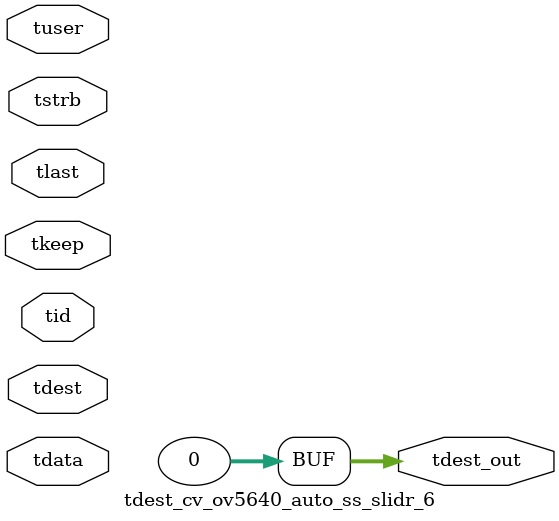
<source format=v>


`timescale 1ps/1ps

module tdest_cv_ov5640_auto_ss_slidr_6 #
(
parameter C_S_AXIS_TDATA_WIDTH = 32,
parameter C_S_AXIS_TUSER_WIDTH = 0,
parameter C_S_AXIS_TID_WIDTH   = 0,
parameter C_S_AXIS_TDEST_WIDTH = 0,
parameter C_M_AXIS_TDEST_WIDTH = 32
)
(
input  [(C_S_AXIS_TDATA_WIDTH == 0 ? 1 : C_S_AXIS_TDATA_WIDTH)-1:0     ] tdata,
input  [(C_S_AXIS_TUSER_WIDTH == 0 ? 1 : C_S_AXIS_TUSER_WIDTH)-1:0     ] tuser,
input  [(C_S_AXIS_TID_WIDTH   == 0 ? 1 : C_S_AXIS_TID_WIDTH)-1:0       ] tid,
input  [(C_S_AXIS_TDEST_WIDTH == 0 ? 1 : C_S_AXIS_TDEST_WIDTH)-1:0     ] tdest,
input  [(C_S_AXIS_TDATA_WIDTH/8)-1:0 ] tkeep,
input  [(C_S_AXIS_TDATA_WIDTH/8)-1:0 ] tstrb,
input                                                                    tlast,
output [C_M_AXIS_TDEST_WIDTH-1:0] tdest_out
);

assign tdest_out = {1'b0};

endmodule


</source>
